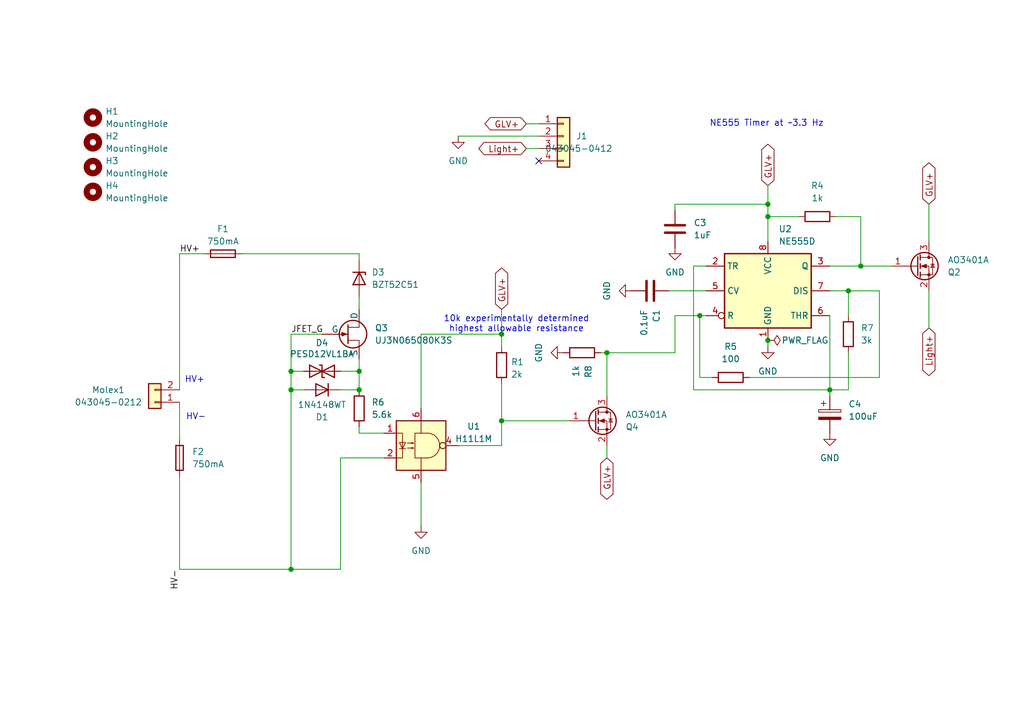
<source format=kicad_sch>
(kicad_sch (version 20250114) (generator "eeschema") (generator_version "9.0")
  (paper "A5")
  (lib_symbols
    (symbol "Connector_Generic:Conn_01x02" (pin_names (offset 1.016) (hide yes))
      (property "Reference" "J" (at 0 2.54 0))
      (property "Value" "Conn_01x02" (at 0 -5.08 0))
      (symbol "Conn_01x02_1_1"
        (rectangle (start -1.27 1.27) (end 1.27 -3.81) (stroke (width 0.254)) (fill (type background)))
        (rectangle (start -1.27 0.127) (end 0 -0.127) (stroke (width 0.1524)))
        (rectangle (start -1.27 -2.413) (end 0 -2.667) (stroke (width 0.1524)))
        (pin passive line (at -5.08 0 0) (length 3.81) (name "Pin_1") (number "1"))
        (pin passive line (at -5.08 -2.54 0) (length 3.81) (name "Pin_2") (number "2"))
      )
    )
    (symbol "Connector_Generic:Conn_01x04" (pin_names (offset 1.016) (hide yes))
      (property "Reference" "J" (at 0 5.08 0))
      (property "Value" "Conn_01x04" (at 0 -7.62 0))
      (symbol "Conn_01x04_1_1"
        (rectangle (start -1.27 3.81) (end 1.27 -6.35) (stroke (width 0.254)) (fill (type background)))
        (rectangle (start -1.27 2.667) (end 0 2.413) (stroke (width 0.1524)))
        (rectangle (start -1.27 0.127) (end 0 -0.127) (stroke (width 0.1524)))
        (rectangle (start -1.27 -2.413) (end 0 -2.667) (stroke (width 0.1524)))
        (rectangle (start -1.27 -4.953) (end 0 -5.207) (stroke (width 0.1524)))
        (pin passive line (at -5.08 2.54 0) (length 3.81) (name "Pin_1") (number "1"))
        (pin passive line (at -5.08 0 0) (length 3.81) (name "Pin_2") (number "2"))
        (pin passive line (at -5.08 -2.54 0) (length 3.81) (name "Pin_3") (number "3"))
        (pin passive line (at -5.08 -5.08 0) (length 3.81) (name "Pin_4") (number "4"))
      )
    )
    (symbol "Device:C" (pin_numbers (hide yes)) (pin_names (offset 0.254))
      (property "Reference" "C" (at 0.635 2.54 0))
      (property "Value" "C" (at 0.635 -2.54 0))
      (symbol "C_0_1"
        (polyline (pts (xy -2.032 0.762) (xy 2.032 0.762)) (stroke (width 0.508)))
        (polyline (pts (xy -2.032 -0.762) (xy 2.032 -0.762)) (stroke (width 0.508)))
      )
      (symbol "C_1_1"
        (pin passive line (at 0 3.81 270) (length 2.794) (name "~") (number "1"))
        (pin passive line (at 0 -3.81 90) (length 2.794) (name "~") (number "2"))
      )
    )
    (symbol "Device:C_Polarized" (pin_numbers (hide yes)) (pin_names (offset 0.254))
      (property "Reference" "C" (at 0.635 2.54 0))
      (property "Value" "C_Polarized" (at 0.635 -2.54 0))
      (symbol "C_Polarized_0_1"
        (rectangle (start -2.286 0.508) (end 2.286 1.016))
        (polyline (pts (xy -1.778 2.286) (xy -0.762 2.286)))
        (polyline (pts (xy -1.27 2.794) (xy -1.27 1.778)))
        (rectangle (start 2.286 -0.508) (end -2.286 -1.016) (fill (type outline)))
      )
      (symbol "C_Polarized_1_1"
        (pin passive line (at 0 3.81 270) (length 2.794) (name "~") (number "1"))
        (pin passive line (at 0 -3.81 90) (length 2.794) (name "~") (number "2"))
      )
    )
    (symbol "Device:Fuse" (pin_numbers (hide yes)) (pin_names (offset 0))
      (property "Reference" "F" (at 2.032 0 90))
      (property "Value" "Fuse" (at -1.905 0 90))
      (symbol "Fuse_0_1"
        (rectangle (start -0.762 -2.54) (end 0.762 2.54) (stroke (width 0.254)))
        (polyline (pts (xy 0 2.54) (xy 0 -2.54)))
      )
      (symbol "Fuse_1_1"
        (pin passive line (at 0 3.81 270) (length 1.27) (name "~") (number "1"))
        (pin passive line (at 0 -3.81 90) (length 1.27) (name "~") (number "2"))
      )
    )
    (symbol "Device:R" (pin_numbers (hide yes)) (pin_names (offset 0))
      (property "Reference" "R" (at 2.032 0 90))
      (property "Value" "R" (at 0 0 90))
      (symbol "R_0_1"
        (rectangle (start -1.016 -2.54) (end 1.016 2.54) (stroke (width 0.254)))
      )
      (symbol "R_1_1"
        (pin passive line (at 0 3.81 270) (length 1.27) (name "~") (number "1"))
        (pin passive line (at 0 -3.81 90) (length 1.27) (name "~") (number "2"))
      )
    )
    (symbol "Diode:1.5KExxCA" (pin_numbers (hide yes)) (pin_names (offset 1.016) (hide yes))
      (property "Reference" "D" (at 0 2.54 0))
      (property "Value" "1.5KExxCA" (at 0 -2.54 0))
      (symbol "1.5KExxCA_0_1"
        (polyline (pts (xy -2.54 -1.27) (xy 0 0) (xy -2.54 1.27) (xy -2.54 -1.27)) (stroke (width 0.254)))
        (polyline (pts (xy 0.508 1.27) (xy 0 1.27) (xy 0 -1.27) (xy -0.508 -1.27)) (stroke (width 0.254)))
        (polyline (pts (xy 1.27 0) (xy -1.27 0)))
        (polyline (pts (xy 2.54 1.27) (xy 2.54 -1.27) (xy 0 0) (xy 2.54 1.27)) (stroke (width 0.254)))
      )
      (symbol "1.5KExxCA_1_1"
        (pin passive line (at -3.81 0 0) (length 2.54) (name "A1") (number "1"))
        (pin passive line (at 3.81 0 180) (length 2.54) (name "A2") (number "2"))
      )
    )
    (symbol "Diode:1N4148WT" (pin_numbers (hide yes)) (pin_names (hide yes))
      (property "Reference" "D" (at 0 2.54 0))
      (property "Value" "1N4148WT" (at 0 -2.54 0))
      (symbol "1N4148WT_0_1"
        (polyline (pts (xy -1.27 1.27) (xy -1.27 -1.27)) (stroke (width 0.254)))
        (polyline (pts (xy 1.27 1.27) (xy 1.27 -1.27) (xy -1.27 0) (xy 1.27 1.27)) (stroke (width 0.254)))
        (polyline (pts (xy 1.27 0) (xy -1.27 0)))
      )
      (symbol "1N4148WT_1_1"
        (pin passive line (at -3.81 0 0) (length 2.54) (name "K") (number "1"))
        (pin passive line (at 3.81 0 180) (length 2.54) (name "A") (number "2"))
      )
    )
    (symbol "Diode:BZT52Bxx" (pin_numbers (hide yes)) (pin_names (hide yes))
      (property "Reference" "D" (at 0 2.54 0))
      (property "Value" "BZT52Bxx" (at 0 -2.54 0))
      (symbol "BZT52Bxx_0_1"
        (polyline (pts (xy -1.27 -1.27) (xy -1.27 1.27) (xy -0.762 1.27)) (stroke (width 0.254)))
        (polyline (pts (xy 1.27 0) (xy -1.27 0)))
        (polyline (pts (xy 1.27 -1.27) (xy 1.27 1.27) (xy -1.27 0) (xy 1.27 -1.27)) (stroke (width 0.254)))
      )
      (symbol "BZT52Bxx_1_1"
        (pin passive line (at -3.81 0 0) (length 2.54) (name "K") (number "1"))
        (pin passive line (at 3.81 0 180) (length 2.54) (name "A") (number "2"))
      )
    )
    (symbol "Isolator:H11L1" (pin_names (offset 1.016))
      (property "Reference" "U" (at 1.27 8.89 0))
      (property "Value" "H11L1" (at 1.27 6.35 0))
      (symbol "H11L1_0_1"
        (rectangle (start -5.08 5.08) (end 5.08 -5.08) (stroke (width 0.254)) (fill (type background)))
        (polyline (pts (xy -5.08 -2.54) (xy -3.81 -2.54) (xy -3.81 2.54) (xy -5.08 2.54)))
        (polyline (pts (xy -4.445 -0.635) (xy -3.175 -0.635)))
        (polyline (pts (xy -3.81 -0.635) (xy -4.445 0.635) (xy -3.175 0.635) (xy -3.81 -0.635)))
        (polyline (pts (xy -2.794 0.508) (xy -1.524 0.508) (xy -1.905 0.381) (xy -1.905 0.635) (xy -1.524 0.508)))
        (polyline (pts (xy -2.794 -0.508) (xy -1.524 -0.508) (xy -1.905 -0.635) (xy -1.905 -0.381) (xy -1.524 -0.508)))
        (polyline (pts (xy 0 2.54) (xy 0 5.08)))
        (polyline (pts (xy 0 -2.54) (xy 0 -5.08) (xy 0 -3.81)))
        (arc (start 1.27 2.54) (mid 3.799 0) (end 1.27 -2.54))
        (polyline (pts (xy 1.27 -2.54) (xy -1.27 -2.54) (xy -1.27 2.54) (xy 1.27 2.54)))
      )
      (symbol "H11L1_1_1"
        (pin passive line (at -7.62 2.54 0) (length 2.54) (name "~") (number "1"))
        (pin passive line (at -7.62 -2.54 0) (length 2.54) (name "~") (number "2"))
        (pin no_connect line (at -5.08 0 0) (length 2.54) (hide yes) (name "~") (number "3"))
        (pin power_in line (at 0 7.62 270) (length 2.54) (name "~") (number "6"))
        (pin power_in line (at 0 -7.62 90) (length 2.54) (name "~") (number "5"))
        (pin output inverted (at 7.62 0 180) (length 3.81) (name "~") (number "4"))
      )
    )
    (symbol "Mechanical:MountingHole" (pin_names (offset 1.016)) (exclude_from_sim yes) (in_bom no)
      (property "Reference" "H" (at 0 5.08 0))
      (property "Value" "MountingHole" (at 0 3.175 0))
      (symbol "MountingHole_0_1"
        (circle (center 0 0) (radius 1.27) (stroke (width 1.27)))
      )
    )
    (symbol "Simulation_SPICE:NJFET" (pin_numbers (hide yes)) (pin_names (offset 0))
      (property "Reference" "Q3" (at 5.715 1.27 0))
      (property "Value" "UJ3N120035K3S" (at 5.715 -1.27 0))
      (symbol "NJFET_0_1"
        (polyline (pts (xy 0 0) (xy -1.016 0.381) (xy -1.016 -0.381) (xy 0 0)) (fill (type outline)))
        (polyline (pts (xy 0.254 1.905) (xy 0.254 -1.905) (xy 0.254 -1.905)) (stroke (width 0.254)))
        (circle (center 1.27 0) (radius 2.8194) (stroke (width 0.254)))
        (polyline (pts (xy 2.54 2.54) (xy 2.54 1.397) (xy 0.254 1.397)))
        (polyline (pts (xy 2.54 -2.54) (xy 2.54 -1.27) (xy 0.254 -1.27)))
      )
      (symbol "NJFET_1_1"
        (pin input line (at -5.08 0 0) (length 5.334) (name "G") (number "1"))
        (pin passive line (at 2.54 5.08 270) (length 2.54) (name "D") (number "2"))
        (pin passive line (at 2.54 -5.08 90) (length 2.54) (name "S") (number "3"))
      )
    )
    (symbol "Timer:NE555D"
      (property "Reference" "U" (at -10.16 8.89 0))
      (property "Value" "NE555D" (at 2.54 8.89 0))
      (symbol "NE555D_0_0"
        (pin power_in line (at 0 10.16 270) (length 2.54) (name "VCC") (number "8"))
        (pin power_in line (at 0 -10.16 90) (length 2.54) (name "GND") (number "1"))
      )
      (symbol "NE555D_0_1"
        (rectangle (start -8.89 -7.62) (end 8.89 7.62) (stroke (width 0.254)) (fill (type background)))
        (rectangle (start -8.89 -7.62) (end 8.89 7.62) (stroke (width 0.254)) (fill (type background)))
      )
      (symbol "NE555D_1_1"
        (pin input line (at -12.7 5.08 0) (length 3.81) (name "TR") (number "2"))
        (pin input line (at -12.7 0 0) (length 3.81) (name "CV") (number "5"))
        (pin input inverted (at -12.7 -5.08 0) (length 3.81) (name "R") (number "4"))
        (pin output line (at 12.7 5.08 180) (length 3.81) (name "Q") (number "3"))
        (pin input line (at 12.7 0 180) (length 3.81) (name "DIS") (number "7"))
        (pin input line (at 12.7 -5.08 180) (length 3.81) (name "THR") (number "6"))
      )
    )
    (symbol "Transistor_FET:AO3400A" (pin_names (offset 0) (hide yes))
      (property "Reference" "Q" (at 5.08 1.905 0))
      (property "Value" "AO3400A" (at 5.08 0 0))
      (symbol "AO3400A_0_1"
        (polyline (pts (xy 0.254 1.905) (xy 0.254 -1.905)) (stroke (width 0.254)))
        (polyline (pts (xy 0.254 0) (xy -2.54 0)))
        (polyline (pts (xy 0.762 2.286) (xy 0.762 1.27)) (stroke (width 0.254)))
        (polyline (pts (xy 0.762 0.508) (xy 0.762 -0.508)) (stroke (width 0.254)))
        (polyline (pts (xy 0.762 -1.27) (xy 0.762 -2.286)) (stroke (width 0.254)))
        (polyline (pts (xy 0.762 -1.778) (xy 3.302 -1.778) (xy 3.302 1.778) (xy 0.762 1.778)))
        (polyline (pts (xy 1.016 0) (xy 2.032 0.381) (xy 2.032 -0.381) (xy 1.016 0)) (fill (type outline)))
        (circle (center 1.651 0) (radius 2.794) (stroke (width 0.254)))
        (polyline (pts (xy 2.54 2.54) (xy 2.54 1.778)))
        (circle (center 2.54 1.778) (radius 0.254) (fill (type outline)))
        (circle (center 2.54 -1.778) (radius 0.254) (fill (type outline)))
        (polyline (pts (xy 2.54 -2.54) (xy 2.54 0) (xy 0.762 0)))
        (polyline (pts (xy 2.921 0.381) (xy 3.683 0.381)))
        (polyline (pts (xy 3.302 0.381) (xy 2.921 -0.254) (xy 3.683 -0.254) (xy 3.302 0.381)))
      )
      (symbol "AO3400A_1_1"
        (pin input line (at -5.08 0 0) (length 2.54) (name "G") (number "1"))
        (pin passive line (at 2.54 5.08 270) (length 2.54) (name "D") (number "3"))
        (pin passive line (at 2.54 -5.08 90) (length 2.54) (name "S") (number "2"))
      )
    )
    (symbol "power:GND" (power) (pin_numbers (hide yes)) (pin_names (offset 0) (hide yes))
      (property "Value" "GND" (at 0 -3.81 0))
      (symbol "GND_0_1"
        (polyline (pts (xy 0 0) (xy 0 -1.27) (xy 1.27 -1.27) (xy 0 -2.54) (xy -1.27 -1.27) (xy 0 -1.27)))
      )
      (symbol "GND_1_1"
        (pin power_in line (at 0 0 270) (length 0) (name "~") (number "1"))
      )
    )
    (symbol "power:PWR_FLAG" (power) (pin_numbers (hide yes)) (pin_names (offset 0) (hide yes))
      (property "Value" "PWR_FLAG" (at 0 3.81 0))
      (symbol "PWR_FLAG_0_0"
        (pin power_out line (at 0 0 90) (length 0) (name "~") (number "1"))
      )
      (symbol "PWR_FLAG_0_1"
        (polyline (pts (xy 0 0) (xy 0 1.27) (xy -1.016 1.905) (xy 0 2.54) (xy 1.016 1.905) (xy 0 1.27)))
      )
    )
  )
  (text "NE555 Timer at ~3.3 Hz" (at 157.226 25.4 0) (effects (font (size 1.27 1.27))))
  (text "10k experimentally determined\nhighest allowable resistance" (at 105.918 66.548 0) (effects (font (size 1.27 1.27))))
  (text "HV+" (at 37.846 78.74 0) (effects (font (size 1.27 1.27)) (justify left bottom)))
  (text "HV-" (at 38.1 86.36 0) (effects (font (size 1.27 1.27)) (justify left bottom)))
  (junction (at 143.51 64.77))
  (junction (at 124.46 72.39))
  (junction (at 73.66 76.2))
  (junction (at 157.48 69.85))
  (junction (at 59.69 116.84))
  (junction (at 157.48 44.45))
  (junction (at 170.18 80.01))
  (junction (at 102.87 68.58))
  (junction (at 102.87 86.36))
  (junction (at 176.53 54.61))
  (junction (at 59.69 80.01))
  (junction (at 59.69 76.2))
  (junction (at 157.48 41.91))
  (junction (at 173.99 59.69))
  (junction (at 73.66 80.01))
  (no_connect (at 110.49 33.02))
  (wire (pts (xy 190.5 59.69) (xy 190.5 67.31)))
  (wire (pts (xy 137.16 59.69) (xy 144.78 59.69)))
  (wire (pts (xy 123.19 72.39) (xy 124.46 72.39)))
  (wire (pts (xy 173.99 59.69) (xy 180.34 59.69)))
  (wire (pts (xy 170.18 64.77) (xy 170.18 80.01)))
  (wire (pts (xy 78.74 93.98) (xy 69.85 93.98)))
  (wire (pts (xy 73.66 52.07) (xy 73.66 53.34)))
  (wire (pts (xy 142.24 80.01) (xy 170.18 80.01)))
  (wire (pts (xy 138.43 41.91) (xy 138.43 43.18)))
  (wire (pts (xy 59.69 68.58) (xy 59.69 76.2)))
  (wire (pts (xy 107.95 25.4) (xy 110.49 25.4)))
  (wire (pts (xy 73.66 87.63) (xy 73.66 88.9)))
  (wire (pts (xy 59.69 80.01) (xy 59.69 116.84)))
  (wire (pts (xy 190.5 49.53) (xy 190.5 41.91)))
  (wire (pts (xy 102.87 91.44) (xy 102.87 86.36)))
  (wire (pts (xy 176.53 44.45) (xy 176.53 54.61)))
  (wire (pts (xy 36.83 97.79) (xy 36.83 116.84)))
  (wire (pts (xy 73.66 60.96) (xy 73.66 63.5)))
  (wire (pts (xy 59.69 116.84) (xy 69.85 116.84)))
  (wire (pts (xy 59.69 76.2) (xy 59.69 80.01)))
  (wire (pts (xy 124.46 91.44) (xy 124.46 93.98)))
  (wire (pts (xy 171.45 44.45) (xy 176.53 44.45)))
  (wire (pts (xy 107.95 30.48) (xy 110.49 30.48)))
  (wire (pts (xy 86.36 99.06) (xy 86.36 107.95)))
  (wire (pts (xy 138.43 41.91) (xy 157.48 41.91)))
  (wire (pts (xy 59.69 80.01) (xy 62.23 80.01)))
  (wire (pts (xy 143.51 64.77) (xy 144.78 64.77)))
  (wire (pts (xy 173.99 72.39) (xy 173.99 80.01)))
  (wire (pts (xy 36.83 52.07) (xy 36.83 80.01)))
  (wire (pts (xy 157.48 38.1) (xy 157.48 41.91)))
  (wire (pts (xy 73.66 80.01) (xy 73.66 76.2)))
  (wire (pts (xy 180.34 77.47) (xy 180.34 59.69)))
  (wire (pts (xy 124.46 72.39) (xy 124.46 81.28)))
  (wire (pts (xy 69.85 76.2) (xy 73.66 76.2)))
  (wire (pts (xy 157.48 41.91) (xy 157.48 44.45)))
  (wire (pts (xy 170.18 80.01) (xy 170.18 81.28)))
  (wire (pts (xy 36.83 116.84) (xy 59.69 116.84)))
  (wire (pts (xy 138.43 64.77) (xy 138.43 72.39)))
  (wire (pts (xy 138.43 64.77) (xy 143.51 64.77)))
  (wire (pts (xy 170.18 54.61) (xy 176.53 54.61)))
  (wire (pts (xy 124.46 72.39) (xy 138.43 72.39)))
  (wire (pts (xy 93.98 91.44) (xy 102.87 91.44)))
  (wire (pts (xy 102.87 86.36) (xy 116.84 86.36)))
  (wire (pts (xy 173.99 80.01) (xy 170.18 80.01)))
  (wire (pts (xy 157.48 44.45) (xy 157.48 49.53)))
  (wire (pts (xy 59.69 76.2) (xy 62.23 76.2)))
  (wire (pts (xy 36.83 52.07) (xy 41.91 52.07)))
  (wire (pts (xy 73.66 73.66) (xy 73.66 76.2)))
  (wire (pts (xy 69.85 80.01) (xy 73.66 80.01)))
  (wire (pts (xy 157.48 44.45) (xy 163.83 44.45)))
  (wire (pts (xy 86.36 68.58) (xy 102.87 68.58)))
  (wire (pts (xy 142.24 54.61) (xy 142.24 80.01)))
  (wire (pts (xy 153.67 77.47) (xy 180.34 77.47)))
  (wire (pts (xy 49.53 52.07) (xy 73.66 52.07)))
  (wire (pts (xy 176.53 54.61) (xy 182.88 54.61)))
  (wire (pts (xy 102.87 63.5) (xy 102.87 68.58)))
  (wire (pts (xy 146.05 77.47) (xy 143.51 77.47)))
  (wire (pts (xy 36.83 82.55) (xy 36.83 90.17)))
  (wire (pts (xy 157.48 71.12) (xy 157.48 69.85)))
  (wire (pts (xy 93.98 27.94) (xy 110.49 27.94)))
  (wire (pts (xy 86.36 83.82) (xy 86.36 68.58)))
  (wire (pts (xy 173.99 59.69) (xy 173.99 64.77)))
  (wire (pts (xy 142.24 54.61) (xy 144.78 54.61)))
  (wire (pts (xy 170.18 59.69) (xy 173.99 59.69)))
  (wire (pts (xy 73.66 88.9) (xy 78.74 88.9)))
  (wire (pts (xy 102.87 86.36) (xy 102.87 78.74)))
  (wire (pts (xy 69.85 93.98) (xy 69.85 116.84)))
  (wire (pts (xy 102.87 68.58) (xy 102.87 71.12)))
  (wire (pts (xy 143.51 64.77) (xy 143.51 77.47)))
  (wire (pts (xy 59.69 68.58) (xy 66.04 68.58)))
  (label "JFET_G" (at 59.69 68.58 0))
  (label "HV+" (at 36.83 52.07 0))
  (label "HV-" (at 36.83 116.84 270))
  (global_label "GLV+" (shape bidirectional) (at 124.46 93.98 270) (property "Intersheetrefs" "${INTERSHEET_REFS}" (effects (hide yes))))
  (global_label "GLV+" (shape bidirectional) (at 102.87 63.5 90) (property "Intersheetrefs" "${INTERSHEET_REFS}" (effects (hide yes))))
  (global_label "GLV+" (shape bidirectional) (at 190.5 41.91 90) (property "Intersheetrefs" "${INTERSHEET_REFS}" (effects (hide yes))))
  (global_label "GLV+" (shape bidirectional) (at 107.95 25.4 180) (property "Intersheetrefs" "${INTERSHEET_REFS}" (effects (hide yes))))
  (global_label "Light+" (shape bidirectional) (at 190.5 67.31 270) (property "Intersheetrefs" "${INTERSHEET_REFS}" (effects (hide yes))))
  (global_label "Light+" (shape bidirectional) (at 107.95 30.48 180) (property "Intersheetrefs" "${INTERSHEET_REFS}" (effects (hide yes))))
  (global_label "GLV+" (shape bidirectional) (at 157.48 38.1 90) (property "Intersheetrefs" "${INTERSHEET_REFS}" (effects (hide yes))))
  (symbol (lib_id "Device:C") (at 133.35 59.69 90) (unit 1)
    (property "Reference" "C1" (at 134.6201 63.5 0) (effects (justify right)))
    (property "Value" "0.1uF" (at 132.0801 63.5 0) (effects (justify right)))
    (property "Footprint" "Capacitor_SMD:C_0805_2012Metric_Pad1.18x1.45mm_HandSolder" (effects (hide yes)))
    (property "Description" "Unpolarized capacitor" (effects (hide yes)))
  )
  (symbol (lib_id "power:GND") (at 86.36 107.95 0) (unit 1)
    (property "Reference" "#PWR04" (effects (hide yes)))
    (property "Value" "GND" (at 86.36 113.03 0))
    (property "Description" "Power symbol creates a global label with name \"GND\" , ground" (effects (hide yes)))
  )
  (symbol (lib_id "power:GND") (at 115.57 72.39 270) (unit 1)
    (property "Reference" "#PWR05" (effects (hide yes)))
    (property "Value" "GND" (at 110.49 72.39 0))
    (property "Description" "Power symbol creates a global label with name \"GND\" , ground" (effects (hide yes)))
  )
  (symbol (lib_id "Device:R") (at 149.86 77.47 90) (unit 1)
    (property "Reference" "R5" (at 149.86 71.12 90))
    (property "Value" "100" (at 149.86 73.66 90))
    (property "Footprint" "Resistor_SMD:R_0805_2012Metric_Pad1.20x1.40mm_HandSolder" (effects (hide yes)))
    (property "Description" "Resistor" (effects (hide yes)))
  )
  (symbol (lib_id "Device:R") (at 73.66 83.82 0) (unit 1)
    (property "Reference" "R6" (at 76.2 82.5499 0) (effects (justify left)))
    (property "Value" "5.6k" (at 76.2 85.0899 0) (effects (justify left)))
    (property "Footprint" "Resistor_SMD:R_0805_2012Metric_Pad1.20x1.40mm_HandSolder" (effects (hide yes)))
  )
  (symbol (lib_id "power:GND") (at 93.98 27.94 0) (mirror y) (unit 1)
    (property "Reference" "#PWR08" (effects (hide yes)))
    (property "Value" "GND" (at 93.98 33.02 0))
    (property "Description" "Power symbol creates a global label with name \"GND\" , ground" (effects (hide yes)))
  )
  (symbol (lib_id "Device:Fuse") (at 45.72 52.07 90) (unit 1)
    (property "Reference" "F1" (at 45.72 46.99 90))
    (property "Value" "750mA" (at 45.72 49.53 90))
    (property "Footprint" "Fuse:Fuse_1206_3216Metric" (effects (hide yes)))
  )
  (symbol (lib_id "power:GND") (at 129.54 59.69 270) (unit 1)
    (property "Reference" "#PWR03" (effects (hide yes)))
    (property "Value" "GND" (at 124.46 59.69 0))
    (property "Description" "Power symbol creates a global label with name \"GND\" , ground" (effects (hide yes)))
  )
  (symbol (lib_id "Diode:BZT52Bxx") (at 73.66 57.15 270) (unit 1)
    (property "Reference" "D3" (at 76.2 55.8799 90) (effects (justify left)))
    (property "Value" "BZT52C51" (at 76.2 58.4199 90) (effects (justify left)))
    (property "Footprint" "Diode_SMD:D_SOD-123F" (effects (hide yes)))
    (property "Datasheet" "https://diotec.com/tl_files/diotec/files/pdf/datasheets/bzt52b2v4.pdf" (effects (hide yes)))
    (property "Description" "500mW Zener Diode, SOD-123F" (effects (hide yes)))
  )
  (symbol (lib_id "power:GND") (at 138.43 50.8 0) (unit 1)
    (property "Reference" "#PWR06" (effects (hide yes)))
    (property "Value" "GND" (at 138.43 55.88 0))
    (property "Description" "Power symbol creates a global label with name \"GND\" , ground" (effects (hide yes)))
  )
  (symbol (lib_id "Device:C") (at 138.43 46.99 180) (unit 1)
    (property "Reference" "C3" (at 142.24 45.7199 0) (effects (justify right)))
    (property "Value" "1uF" (at 142.24 48.2599 0) (effects (justify right)))
    (property "Footprint" "Capacitor_SMD:C_0805_2012Metric_Pad1.18x1.45mm_HandSolder" (effects (hide yes)))
    (property "Description" "Unpolarized capacitor" (effects (hide yes)))
  )
  (symbol (lib_id "power:PWR_FLAG") (at 157.48 69.85 270) (unit 1)
    (property "Reference" "#FLG01" (effects (hide yes)))
    (property "Value" "PWR_FLAG" (at 160.274 69.85 90) (effects (justify left)))
    (property "Description" "Special symbol for telling ERC where power comes from" (effects (hide yes)))
  )
  (symbol (lib_id "Simulation_SPICE:NJFET") (at 71.12 68.58 0) (unit 1)
    (property "Reference" "Q3" (at 76.835 67.31 0) (effects (justify left)))
    (property "Value" "UJ3N065080K3S" (at 76.835 69.85 0) (effects (justify left)))
    (property "Footprint" "Package_TO_SOT_THT:TO-247-3_Horizontal_TabDown" (effects (hide yes)))
    (property "Sim.Device" "NJFET" (effects (hide yes)))
    (property "Sim.Type" "SHICHMANHODGES" (effects (hide yes)))
    (property "Sim.Pins" "1=D 2=G 3=S" (effects (hide yes)))
  )
  (symbol (lib_id "Transistor_FET:AO3400A") (at 187.96 54.61 0) (unit 1)
    (property "Reference" "Q2" (at 194.31 55.8801 0) (effects (justify left)))
    (property "Value" "AO3401A" (at 194.31 53.3401 0) (effects (justify left)))
    (property "Footprint" "Package_TO_SOT_SMD:SOT-23" (effects (hide yes)))
    (property "Datasheet" "http://www.aosmd.com/pdfs/datasheet/AO3400A.pdf" (effects (hide yes)))
    (property "Description" "30V Vds, 5.7A Id, N-Channel MOSFET, SOT-23" (effects (hide yes)))
  )
  (symbol (lib_id "Timer:NE555D") (at 157.48 59.69 0) (unit 1)
    (property "Reference" "U2" (at 159.6741 46.99 0) (effects (justify left)))
    (property "Value" "NE555D" (at 159.6741 49.53 0) (effects (justify left)))
    (property "Footprint" "Package_SO:SOIC-8_3.9x4.9mm_P1.27mm" (effects (hide yes)))
    (property "Datasheet" "http://www.ti.com/lit/ds/symlink/ne555.pdf" (effects (hide yes)))
    (property "Description" "Precision Timers, 555 compatible, SOIC-8" (effects (hide yes)))
  )
  (symbol (lib_id "Device:R") (at 119.38 72.39 90) (unit 1)
    (property "Reference" "R8" (at 120.6501 74.93 0) (effects (justify right)))
    (property "Value" "1k" (at 118.1101 74.93 0) (effects (justify right)))
    (property "Footprint" "Resistor_SMD:R_0805_2012Metric_Pad1.20x1.40mm_HandSolder" (effects (hide yes)))
    (property "Description" "Resistor" (effects (hide yes)))
  )
  (symbol (lib_id "Device:Fuse") (at 36.83 93.98 180) (unit 1)
    (property "Reference" "F2" (at 39.37 92.7099 0) (effects (justify right)))
    (property "Value" "750mA" (at 39.37 95.2499 0) (effects (justify right)))
    (property "Footprint" "Fuse:Fuse_1206_3216Metric" (effects (hide yes)))
  )
  (symbol (lib_id "Diode:1N4148WT") (at 66.04 80.01 180) (unit 1)
    (property "Reference" "D1" (at 66.04 85.598 0))
    (property "Value" "1N4148WT" (at 66.04 83.058 0))
    (property "Footprint" "Diode_SMD:D_SOD-523" (effects (hide yes)))
    (property "Datasheet" "https://www.diodes.com/assets/Datasheets/ds30396.pdf" (effects (hide yes)))
    (property "Description" "75V 0.15A Fast switching Diode, SOD-523" (effects (hide yes)))
    (property "Sim.Device" "D" (effects (hide yes)))
    (property "Sim.Pins" "1=K 2=A" (effects (hide yes)))
  )
  (symbol (lib_id "Mechanical:MountingHole") (at 19.05 24.13 0) (unit 1) (exclude_from_sim yes) (in_bom no)
    (property "Reference" "H1" (at 21.59 22.8599 0) (effects (justify left)))
    (property "Value" "MountingHole" (at 21.59 25.3999 0) (effects (justify left)))
    (property "Footprint" "MountingHole:MountingHole_3.2mm_M3_Pad_TopBottom" (effects (hide yes)))
    (property "Description" "Mounting Hole without connection" (effects (hide yes)))
  )
  (symbol (lib_id "Isolator:H11L1") (at 86.36 91.44 0) (unit 1)
    (property "Reference" "U1" (at 97.155 87.5031 0))
    (property "Value" "H11L1M" (at 97.155 90.0431 0))
    (property "Footprint" "Package_DIP:DIP-6_W7.62mm" (effects (hide yes)))
    (property "Datasheet" "https://www.onsemi.com/pub/Collateral/H11L3M-D.PDF" (effects (hide yes)))
  )
  (symbol (lib_id "Mechanical:MountingHole") (at 19.05 34.29 0) (unit 1) (exclude_from_sim yes) (in_bom no)
    (property "Reference" "H3" (at 21.59 33.0199 0) (effects (justify left)))
    (property "Value" "MountingHole" (at 21.59 35.5599 0) (effects (justify left)))
    (property "Footprint" "MountingHole:MountingHole_3.2mm_M3_Pad_TopBottom" (effects (hide yes)))
    (property "Description" "Mounting Hole without connection" (effects (hide yes)))
  )
  (symbol (lib_id "Connector_Generic:Conn_01x04") (at 115.57 27.94 0) (unit 1)
    (property "Reference" "J1" (at 118.11 27.94 0) (effects (justify left)))
    (property "Value" "043045-0412" (at 111.76 30.48 0) (effects (justify left)))
    (property "Footprint" "Connector_Molex:Molex_Micro-Fit_3.0_43045-0412_2x02_P3.00mm_Vertical" (effects (hide yes)))
  )
  (symbol (lib_id "Mechanical:MountingHole") (at 19.05 39.37 0) (unit 1) (exclude_from_sim yes) (in_bom no)
    (property "Reference" "H4" (at 21.59 38.0999 0) (effects (justify left)))
    (property "Value" "MountingHole" (at 21.59 40.6399 0) (effects (justify left)))
    (property "Footprint" "MountingHole:MountingHole_3.2mm_M3_Pad_TopBottom" (effects (hide yes)))
    (property "Description" "Mounting Hole without connection" (effects (hide yes)))
  )
  (symbol (lib_id "power:GND") (at 170.18 88.9 0) (unit 1)
    (property "Reference" "#PWR02" (effects (hide yes)))
    (property "Value" "GND" (at 170.18 93.98 0))
    (property "Description" "Power symbol creates a global label with name \"GND\" , ground" (effects (hide yes)))
  )
  (symbol (lib_id "Connector_Generic:Conn_01x02") (at 31.75 82.55 180) (unit 1)
    (property "Reference" "Molex1" (at 22.225 80.01 0))
    (property "Value" "043045-0212" (at 22.225 82.55 0))
    (property "Footprint" "Connector_Molex:Molex_Micro-Fit_3.0_43045-0212_2x01_P3.00mm_Vertical" (effects (hide yes)))
  )
  (symbol (lib_id "Device:R") (at 173.99 68.58 180) (unit 1)
    (property "Reference" "R7" (at 176.53 67.3099 0) (effects (justify right)))
    (property "Value" "3k" (at 176.53 69.8499 0) (effects (justify right)))
    (property "Footprint" "Resistor_SMD:R_0805_2012Metric_Pad1.20x1.40mm_HandSolder" (effects (hide yes)))
    (property "Description" "Resistor" (effects (hide yes)))
  )
  (symbol (lib_id "Device:R") (at 167.64 44.45 270) (unit 1)
    (property "Reference" "R4" (at 167.64 38.1 90))
    (property "Value" "1k" (at 167.64 40.64 90))
    (property "Footprint" "Resistor_SMD:R_0805_2012Metric_Pad1.20x1.40mm_HandSolder" (effects (hide yes)))
    (property "Description" "Resistor" (effects (hide yes)))
  )
  (symbol (lib_id "Transistor_FET:AO3400A") (at 121.92 86.36 0) (unit 1)
    (property "Reference" "Q4" (at 128.27 87.6301 0) (effects (justify left)))
    (property "Value" "AO3401A" (at 128.27 85.0901 0) (effects (justify left)))
    (property "Footprint" "Package_TO_SOT_SMD:SOT-23" (effects (hide yes)))
    (property "Datasheet" "http://www.aosmd.com/pdfs/datasheet/AO3400A.pdf" (effects (hide yes)))
    (property "Description" "30V Vds, 5.7A Id, N-Channel MOSFET, SOT-23" (effects (hide yes)))
  )
  (symbol (lib_id "Mechanical:MountingHole") (at 19.05 29.21 0) (unit 1) (exclude_from_sim yes) (in_bom no)
    (property "Reference" "H2" (at 21.59 27.9399 0) (effects (justify left)))
    (property "Value" "MountingHole" (at 21.59 30.4799 0) (effects (justify left)))
    (property "Footprint" "MountingHole:MountingHole_3.2mm_M3_Pad_TopBottom" (effects (hide yes)))
    (property "Description" "Mounting Hole without connection" (effects (hide yes)))
  )
  (symbol (lib_id "power:GND") (at 157.48 71.12 0) (unit 1)
    (property "Reference" "#PWR01" (effects (hide yes)))
    (property "Value" "GND" (at 157.48 76.2 0))
    (property "Description" "Power symbol creates a global label with name \"GND\" , ground" (effects (hide yes)))
  )
  (symbol (lib_id "Device:C_Polarized") (at 170.18 85.09 0) (unit 1)
    (property "Reference" "C4" (at 173.99 82.9309 0) (effects (justify left)))
    (property "Value" "100uF" (at 173.99 85.4709 0) (effects (justify left)))
    (property "Footprint" "Capacitor_SMD:CP_Elec_6.3x5.4" (effects (hide yes)))
    (property "Description" "Polarized capacitor" (effects (hide yes)))
  )
  (symbol (lib_id "Diode:1.5KExxCA") (at 66.04 76.2 0) (mirror y) (unit 1)
    (property "Reference" "D4" (at 66.04 70.358 0))
    (property "Value" "PESD12VL1BA" (at 66.04 72.644 0))
    (property "Footprint" "Diode_SMD:D_SOD-323" (effects (hide yes)))
    (property "Datasheet" "https://www.vishay.com/docs/88301/15ke.pdf" (effects (hide yes)))
    (property "Description" "1500W bidirectional TVS diode, DO-201AE" (effects (hide yes)))
  )
  (symbol (lib_id "Device:R") (at 102.87 74.93 0) (unit 1)
    (property "Reference" "R1" (at 104.775 74.295 0) (effects (justify left)))
    (property "Value" "2k" (at 104.775 76.835 0) (effects (justify left)))
    (property "Footprint" "Resistor_SMD:R_0805_2012Metric_Pad1.20x1.40mm_HandSolder" (effects (hide yes)))
  )
)
</source>
